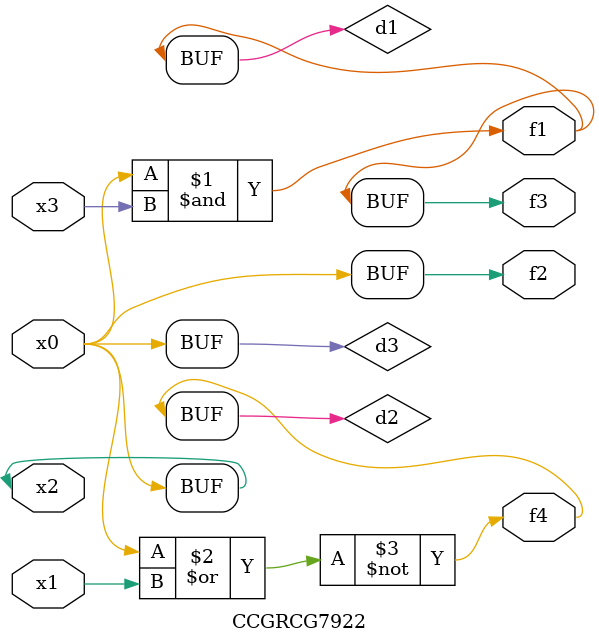
<source format=v>
module CCGRCG7922(
	input x0, x1, x2, x3,
	output f1, f2, f3, f4
);

	wire d1, d2, d3;

	and (d1, x2, x3);
	nor (d2, x0, x1);
	buf (d3, x0, x2);
	assign f1 = d1;
	assign f2 = d3;
	assign f3 = d1;
	assign f4 = d2;
endmodule

</source>
